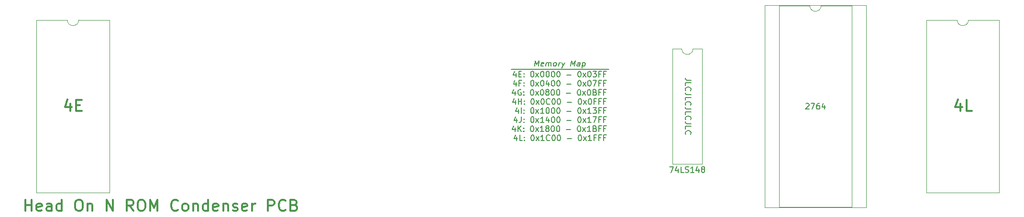
<source format=gbr>
%TF.GenerationSoftware,KiCad,Pcbnew,(6.0.9)*%
%TF.CreationDate,2023-05-17T22:42:26-04:00*%
%TF.ProjectId,HeadOnN_Condensor_Board,48656164-4f6e-44e5-9f43-6f6e64656e73,rev?*%
%TF.SameCoordinates,Original*%
%TF.FileFunction,Legend,Top*%
%TF.FilePolarity,Positive*%
%FSLAX46Y46*%
G04 Gerber Fmt 4.6, Leading zero omitted, Abs format (unit mm)*
G04 Created by KiCad (PCBNEW (6.0.9)) date 2023-05-17 22:42:26*
%MOMM*%
%LPD*%
G01*
G04 APERTURE LIST*
%ADD10C,0.150000*%
%ADD11C,0.300000*%
%ADD12C,0.120000*%
G04 APERTURE END LIST*
D10*
X136997619Y-29330952D02*
X136283333Y-29330952D01*
X136140476Y-29283333D01*
X136045238Y-29188095D01*
X135997619Y-29045238D01*
X135997619Y-28950000D01*
X135997619Y-30283333D02*
X135997619Y-29807142D01*
X136997619Y-29807142D01*
X136092857Y-31188095D02*
X136045238Y-31140476D01*
X135997619Y-30997619D01*
X135997619Y-30902380D01*
X136045238Y-30759523D01*
X136140476Y-30664285D01*
X136235714Y-30616666D01*
X136426190Y-30569047D01*
X136569047Y-30569047D01*
X136759523Y-30616666D01*
X136854761Y-30664285D01*
X136950000Y-30759523D01*
X136997619Y-30902380D01*
X136997619Y-30997619D01*
X136950000Y-31140476D01*
X136902380Y-31188095D01*
X136997619Y-31902380D02*
X136283333Y-31902380D01*
X136140476Y-31854761D01*
X136045238Y-31759523D01*
X135997619Y-31616666D01*
X135997619Y-31521428D01*
X135997619Y-32854761D02*
X135997619Y-32378571D01*
X136997619Y-32378571D01*
X136092857Y-33759523D02*
X136045238Y-33711904D01*
X135997619Y-33569047D01*
X135997619Y-33473809D01*
X136045238Y-33330952D01*
X136140476Y-33235714D01*
X136235714Y-33188095D01*
X136426190Y-33140476D01*
X136569047Y-33140476D01*
X136759523Y-33188095D01*
X136854761Y-33235714D01*
X136950000Y-33330952D01*
X136997619Y-33473809D01*
X136997619Y-33569047D01*
X136950000Y-33711904D01*
X136902380Y-33759523D01*
X136997619Y-34473809D02*
X136283333Y-34473809D01*
X136140476Y-34426190D01*
X136045238Y-34330952D01*
X135997619Y-34188095D01*
X135997619Y-34092857D01*
X135997619Y-35426190D02*
X135997619Y-34950000D01*
X136997619Y-34950000D01*
X136092857Y-36330952D02*
X136045238Y-36283333D01*
X135997619Y-36140476D01*
X135997619Y-36045238D01*
X136045238Y-35902380D01*
X136140476Y-35807142D01*
X136235714Y-35759523D01*
X136426190Y-35711904D01*
X136569047Y-35711904D01*
X136759523Y-35759523D01*
X136854761Y-35807142D01*
X136950000Y-35902380D01*
X136997619Y-36045238D01*
X136997619Y-36140476D01*
X136950000Y-36283333D01*
X136902380Y-36330952D01*
X136997619Y-37045238D02*
X136283333Y-37045238D01*
X136140476Y-36997619D01*
X136045238Y-36902380D01*
X135997619Y-36759523D01*
X135997619Y-36664285D01*
X135997619Y-37997619D02*
X135997619Y-37521428D01*
X136997619Y-37521428D01*
X136092857Y-38902380D02*
X136045238Y-38854761D01*
X135997619Y-38711904D01*
X135997619Y-38616666D01*
X136045238Y-38473809D01*
X136140476Y-38378571D01*
X136235714Y-38330952D01*
X136426190Y-38283333D01*
X136569047Y-38283333D01*
X136759523Y-38330952D01*
X136854761Y-38378571D01*
X136950000Y-38473809D01*
X136997619Y-38616666D01*
X136997619Y-38711904D01*
X136950000Y-38854761D01*
X136902380Y-38902380D01*
D11*
X19149999Y-52504761D02*
X19149999Y-50504761D01*
X19149999Y-51457142D02*
X20292857Y-51457142D01*
X20292857Y-52504761D02*
X20292857Y-50504761D01*
X22007142Y-52409523D02*
X21816666Y-52504761D01*
X21435714Y-52504761D01*
X21245238Y-52409523D01*
X21149999Y-52219047D01*
X21149999Y-51457142D01*
X21245238Y-51266666D01*
X21435714Y-51171428D01*
X21816666Y-51171428D01*
X22007142Y-51266666D01*
X22102380Y-51457142D01*
X22102380Y-51647619D01*
X21149999Y-51838095D01*
X23816666Y-52504761D02*
X23816666Y-51457142D01*
X23721428Y-51266666D01*
X23530952Y-51171428D01*
X23149999Y-51171428D01*
X22959523Y-51266666D01*
X23816666Y-52409523D02*
X23626190Y-52504761D01*
X23149999Y-52504761D01*
X22959523Y-52409523D01*
X22864285Y-52219047D01*
X22864285Y-52028571D01*
X22959523Y-51838095D01*
X23149999Y-51742857D01*
X23626190Y-51742857D01*
X23816666Y-51647619D01*
X25626190Y-52504761D02*
X25626190Y-50504761D01*
X25626190Y-52409523D02*
X25435714Y-52504761D01*
X25054761Y-52504761D01*
X24864285Y-52409523D01*
X24769047Y-52314285D01*
X24673809Y-52123809D01*
X24673809Y-51552380D01*
X24769047Y-51361904D01*
X24864285Y-51266666D01*
X25054761Y-51171428D01*
X25435714Y-51171428D01*
X25626190Y-51266666D01*
X28483333Y-50504761D02*
X28864285Y-50504761D01*
X29054761Y-50600000D01*
X29245238Y-50790476D01*
X29340476Y-51171428D01*
X29340476Y-51838095D01*
X29245238Y-52219047D01*
X29054761Y-52409523D01*
X28864285Y-52504761D01*
X28483333Y-52504761D01*
X28292857Y-52409523D01*
X28102380Y-52219047D01*
X28007142Y-51838095D01*
X28007142Y-51171428D01*
X28102380Y-50790476D01*
X28292857Y-50600000D01*
X28483333Y-50504761D01*
X30197619Y-51171428D02*
X30197619Y-52504761D01*
X30197619Y-51361904D02*
X30292857Y-51266666D01*
X30483333Y-51171428D01*
X30769047Y-51171428D01*
X30959523Y-51266666D01*
X31054761Y-51457142D01*
X31054761Y-52504761D01*
X33530952Y-52504761D02*
X33530952Y-50504761D01*
X34673809Y-52504761D01*
X34673809Y-50504761D01*
X38292857Y-52504761D02*
X37626190Y-51552380D01*
X37150000Y-52504761D02*
X37150000Y-50504761D01*
X37911904Y-50504761D01*
X38102380Y-50600000D01*
X38197619Y-50695238D01*
X38292857Y-50885714D01*
X38292857Y-51171428D01*
X38197619Y-51361904D01*
X38102380Y-51457142D01*
X37911904Y-51552380D01*
X37150000Y-51552380D01*
X39530952Y-50504761D02*
X39911904Y-50504761D01*
X40102380Y-50600000D01*
X40292857Y-50790476D01*
X40388095Y-51171428D01*
X40388095Y-51838095D01*
X40292857Y-52219047D01*
X40102380Y-52409523D01*
X39911904Y-52504761D01*
X39530952Y-52504761D01*
X39340476Y-52409523D01*
X39150000Y-52219047D01*
X39054761Y-51838095D01*
X39054761Y-51171428D01*
X39150000Y-50790476D01*
X39340476Y-50600000D01*
X39530952Y-50504761D01*
X41245238Y-52504761D02*
X41245238Y-50504761D01*
X41911904Y-51933333D01*
X42578571Y-50504761D01*
X42578571Y-52504761D01*
X46197619Y-52314285D02*
X46102380Y-52409523D01*
X45816666Y-52504761D01*
X45626190Y-52504761D01*
X45340476Y-52409523D01*
X45149999Y-52219047D01*
X45054761Y-52028571D01*
X44959523Y-51647619D01*
X44959523Y-51361904D01*
X45054761Y-50980952D01*
X45149999Y-50790476D01*
X45340476Y-50600000D01*
X45626190Y-50504761D01*
X45816666Y-50504761D01*
X46102380Y-50600000D01*
X46197619Y-50695238D01*
X47340476Y-52504761D02*
X47149999Y-52409523D01*
X47054761Y-52314285D01*
X46959523Y-52123809D01*
X46959523Y-51552380D01*
X47054761Y-51361904D01*
X47149999Y-51266666D01*
X47340476Y-51171428D01*
X47626190Y-51171428D01*
X47816666Y-51266666D01*
X47911904Y-51361904D01*
X48007142Y-51552380D01*
X48007142Y-52123809D01*
X47911904Y-52314285D01*
X47816666Y-52409523D01*
X47626190Y-52504761D01*
X47340476Y-52504761D01*
X48864285Y-51171428D02*
X48864285Y-52504761D01*
X48864285Y-51361904D02*
X48959523Y-51266666D01*
X49149999Y-51171428D01*
X49435714Y-51171428D01*
X49626190Y-51266666D01*
X49721428Y-51457142D01*
X49721428Y-52504761D01*
X51530952Y-52504761D02*
X51530952Y-50504761D01*
X51530952Y-52409523D02*
X51340476Y-52504761D01*
X50959523Y-52504761D01*
X50769047Y-52409523D01*
X50673809Y-52314285D01*
X50578571Y-52123809D01*
X50578571Y-51552380D01*
X50673809Y-51361904D01*
X50769047Y-51266666D01*
X50959523Y-51171428D01*
X51340476Y-51171428D01*
X51530952Y-51266666D01*
X53245238Y-52409523D02*
X53054761Y-52504761D01*
X52673809Y-52504761D01*
X52483333Y-52409523D01*
X52388095Y-52219047D01*
X52388095Y-51457142D01*
X52483333Y-51266666D01*
X52673809Y-51171428D01*
X53054761Y-51171428D01*
X53245238Y-51266666D01*
X53340476Y-51457142D01*
X53340476Y-51647619D01*
X52388095Y-51838095D01*
X54197619Y-51171428D02*
X54197619Y-52504761D01*
X54197619Y-51361904D02*
X54292857Y-51266666D01*
X54483333Y-51171428D01*
X54769047Y-51171428D01*
X54959523Y-51266666D01*
X55054761Y-51457142D01*
X55054761Y-52504761D01*
X55911904Y-52409523D02*
X56102380Y-52504761D01*
X56483333Y-52504761D01*
X56673809Y-52409523D01*
X56769047Y-52219047D01*
X56769047Y-52123809D01*
X56673809Y-51933333D01*
X56483333Y-51838095D01*
X56197619Y-51838095D01*
X56007142Y-51742857D01*
X55911904Y-51552380D01*
X55911904Y-51457142D01*
X56007142Y-51266666D01*
X56197619Y-51171428D01*
X56483333Y-51171428D01*
X56673809Y-51266666D01*
X58388095Y-52409523D02*
X58197619Y-52504761D01*
X57816666Y-52504761D01*
X57626190Y-52409523D01*
X57530952Y-52219047D01*
X57530952Y-51457142D01*
X57626190Y-51266666D01*
X57816666Y-51171428D01*
X58197619Y-51171428D01*
X58388095Y-51266666D01*
X58483333Y-51457142D01*
X58483333Y-51647619D01*
X57530952Y-51838095D01*
X59340476Y-52504761D02*
X59340476Y-51171428D01*
X59340476Y-51552380D02*
X59435714Y-51361904D01*
X59530952Y-51266666D01*
X59721428Y-51171428D01*
X59911904Y-51171428D01*
X62102380Y-52504761D02*
X62102380Y-50504761D01*
X62864285Y-50504761D01*
X63054761Y-50600000D01*
X63149999Y-50695238D01*
X63245238Y-50885714D01*
X63245238Y-51171428D01*
X63149999Y-51361904D01*
X63054761Y-51457142D01*
X62864285Y-51552380D01*
X62102380Y-51552380D01*
X65245238Y-52314285D02*
X65149999Y-52409523D01*
X64864285Y-52504761D01*
X64673809Y-52504761D01*
X64388095Y-52409523D01*
X64197619Y-52219047D01*
X64102380Y-52028571D01*
X64007142Y-51647619D01*
X64007142Y-51361904D01*
X64102380Y-50980952D01*
X64197619Y-50790476D01*
X64388095Y-50600000D01*
X64673809Y-50504761D01*
X64864285Y-50504761D01*
X65149999Y-50600000D01*
X65245238Y-50695238D01*
X66769047Y-51457142D02*
X67054761Y-51552380D01*
X67149999Y-51647619D01*
X67245238Y-51838095D01*
X67245238Y-52123809D01*
X67149999Y-52314285D01*
X67054761Y-52409523D01*
X66864285Y-52504761D01*
X66102380Y-52504761D01*
X66102380Y-50504761D01*
X66769047Y-50504761D01*
X66959523Y-50600000D01*
X67054761Y-50695238D01*
X67149999Y-50885714D01*
X67149999Y-51076190D01*
X67054761Y-51266666D01*
X66959523Y-51361904D01*
X66769047Y-51457142D01*
X66102380Y-51457142D01*
D10*
X105150000Y-27450000D02*
X122450000Y-27450000D01*
X109326755Y-26852380D02*
X109451755Y-25852380D01*
X109695803Y-26566666D01*
X110118422Y-25852380D01*
X109993422Y-26852380D01*
X110856517Y-26804761D02*
X110755327Y-26852380D01*
X110564851Y-26852380D01*
X110475565Y-26804761D01*
X110439851Y-26709523D01*
X110487470Y-26328571D01*
X110546994Y-26233333D01*
X110648184Y-26185714D01*
X110838660Y-26185714D01*
X110927946Y-26233333D01*
X110963660Y-26328571D01*
X110951755Y-26423809D01*
X110463660Y-26519047D01*
X111326755Y-26852380D02*
X111410089Y-26185714D01*
X111398184Y-26280952D02*
X111451755Y-26233333D01*
X111552946Y-26185714D01*
X111695803Y-26185714D01*
X111785089Y-26233333D01*
X111820803Y-26328571D01*
X111755327Y-26852380D01*
X111820803Y-26328571D02*
X111880327Y-26233333D01*
X111981517Y-26185714D01*
X112124375Y-26185714D01*
X112213660Y-26233333D01*
X112249375Y-26328571D01*
X112183898Y-26852380D01*
X112802946Y-26852380D02*
X112713660Y-26804761D01*
X112671994Y-26757142D01*
X112636279Y-26661904D01*
X112671994Y-26376190D01*
X112731517Y-26280952D01*
X112785089Y-26233333D01*
X112886279Y-26185714D01*
X113029136Y-26185714D01*
X113118422Y-26233333D01*
X113160089Y-26280952D01*
X113195803Y-26376190D01*
X113160089Y-26661904D01*
X113100565Y-26757142D01*
X113046994Y-26804761D01*
X112945803Y-26852380D01*
X112802946Y-26852380D01*
X113564851Y-26852380D02*
X113648184Y-26185714D01*
X113624375Y-26376190D02*
X113683898Y-26280952D01*
X113737470Y-26233333D01*
X113838660Y-26185714D01*
X113933898Y-26185714D01*
X114171994Y-26185714D02*
X114326755Y-26852380D01*
X114648184Y-26185714D02*
X114326755Y-26852380D01*
X114201755Y-27090476D01*
X114148184Y-27138095D01*
X114046994Y-27185714D01*
X115707708Y-26852380D02*
X115832708Y-25852380D01*
X116076755Y-26566666D01*
X116499375Y-25852380D01*
X116374375Y-26852380D01*
X117279136Y-26852380D02*
X117344613Y-26328571D01*
X117308898Y-26233333D01*
X117219613Y-26185714D01*
X117029136Y-26185714D01*
X116927946Y-26233333D01*
X117285089Y-26804761D02*
X117183898Y-26852380D01*
X116945803Y-26852380D01*
X116856517Y-26804761D01*
X116820803Y-26709523D01*
X116832708Y-26614285D01*
X116892232Y-26519047D01*
X116993422Y-26471428D01*
X117231517Y-26471428D01*
X117332708Y-26423809D01*
X117838660Y-26185714D02*
X117713660Y-27185714D01*
X117832708Y-26233333D02*
X117933898Y-26185714D01*
X118124375Y-26185714D01*
X118213660Y-26233333D01*
X118255327Y-26280952D01*
X118291041Y-26376190D01*
X118255327Y-26661904D01*
X118195803Y-26757142D01*
X118142232Y-26804761D01*
X118041041Y-26852380D01*
X117850565Y-26852380D01*
X117761279Y-26804761D01*
X106009642Y-28100714D02*
X106009642Y-28767380D01*
X105771547Y-27719761D02*
X105533452Y-28434047D01*
X106152500Y-28434047D01*
X106533452Y-28243571D02*
X106866785Y-28243571D01*
X107009642Y-28767380D02*
X106533452Y-28767380D01*
X106533452Y-27767380D01*
X107009642Y-27767380D01*
X107438214Y-28672142D02*
X107485833Y-28719761D01*
X107438214Y-28767380D01*
X107390595Y-28719761D01*
X107438214Y-28672142D01*
X107438214Y-28767380D01*
X107438214Y-28148333D02*
X107485833Y-28195952D01*
X107438214Y-28243571D01*
X107390595Y-28195952D01*
X107438214Y-28148333D01*
X107438214Y-28243571D01*
X108866785Y-27767380D02*
X108962023Y-27767380D01*
X109057261Y-27815000D01*
X109104880Y-27862619D01*
X109152500Y-27957857D01*
X109200119Y-28148333D01*
X109200119Y-28386428D01*
X109152500Y-28576904D01*
X109104880Y-28672142D01*
X109057261Y-28719761D01*
X108962023Y-28767380D01*
X108866785Y-28767380D01*
X108771547Y-28719761D01*
X108723928Y-28672142D01*
X108676309Y-28576904D01*
X108628690Y-28386428D01*
X108628690Y-28148333D01*
X108676309Y-27957857D01*
X108723928Y-27862619D01*
X108771547Y-27815000D01*
X108866785Y-27767380D01*
X109533452Y-28767380D02*
X110057261Y-28100714D01*
X109533452Y-28100714D02*
X110057261Y-28767380D01*
X110628690Y-27767380D02*
X110723928Y-27767380D01*
X110819166Y-27815000D01*
X110866785Y-27862619D01*
X110914404Y-27957857D01*
X110962023Y-28148333D01*
X110962023Y-28386428D01*
X110914404Y-28576904D01*
X110866785Y-28672142D01*
X110819166Y-28719761D01*
X110723928Y-28767380D01*
X110628690Y-28767380D01*
X110533452Y-28719761D01*
X110485833Y-28672142D01*
X110438214Y-28576904D01*
X110390595Y-28386428D01*
X110390595Y-28148333D01*
X110438214Y-27957857D01*
X110485833Y-27862619D01*
X110533452Y-27815000D01*
X110628690Y-27767380D01*
X111581071Y-27767380D02*
X111676309Y-27767380D01*
X111771547Y-27815000D01*
X111819166Y-27862619D01*
X111866785Y-27957857D01*
X111914404Y-28148333D01*
X111914404Y-28386428D01*
X111866785Y-28576904D01*
X111819166Y-28672142D01*
X111771547Y-28719761D01*
X111676309Y-28767380D01*
X111581071Y-28767380D01*
X111485833Y-28719761D01*
X111438214Y-28672142D01*
X111390595Y-28576904D01*
X111342976Y-28386428D01*
X111342976Y-28148333D01*
X111390595Y-27957857D01*
X111438214Y-27862619D01*
X111485833Y-27815000D01*
X111581071Y-27767380D01*
X112533452Y-27767380D02*
X112628690Y-27767380D01*
X112723928Y-27815000D01*
X112771547Y-27862619D01*
X112819166Y-27957857D01*
X112866785Y-28148333D01*
X112866785Y-28386428D01*
X112819166Y-28576904D01*
X112771547Y-28672142D01*
X112723928Y-28719761D01*
X112628690Y-28767380D01*
X112533452Y-28767380D01*
X112438214Y-28719761D01*
X112390595Y-28672142D01*
X112342976Y-28576904D01*
X112295357Y-28386428D01*
X112295357Y-28148333D01*
X112342976Y-27957857D01*
X112390595Y-27862619D01*
X112438214Y-27815000D01*
X112533452Y-27767380D01*
X113485833Y-27767380D02*
X113581071Y-27767380D01*
X113676309Y-27815000D01*
X113723928Y-27862619D01*
X113771547Y-27957857D01*
X113819166Y-28148333D01*
X113819166Y-28386428D01*
X113771547Y-28576904D01*
X113723928Y-28672142D01*
X113676309Y-28719761D01*
X113581071Y-28767380D01*
X113485833Y-28767380D01*
X113390595Y-28719761D01*
X113342976Y-28672142D01*
X113295357Y-28576904D01*
X113247738Y-28386428D01*
X113247738Y-28148333D01*
X113295357Y-27957857D01*
X113342976Y-27862619D01*
X113390595Y-27815000D01*
X113485833Y-27767380D01*
X115009642Y-28386428D02*
X115771547Y-28386428D01*
X117200119Y-27767380D02*
X117295357Y-27767380D01*
X117390595Y-27815000D01*
X117438214Y-27862619D01*
X117485833Y-27957857D01*
X117533452Y-28148333D01*
X117533452Y-28386428D01*
X117485833Y-28576904D01*
X117438214Y-28672142D01*
X117390595Y-28719761D01*
X117295357Y-28767380D01*
X117200119Y-28767380D01*
X117104880Y-28719761D01*
X117057261Y-28672142D01*
X117009642Y-28576904D01*
X116962023Y-28386428D01*
X116962023Y-28148333D01*
X117009642Y-27957857D01*
X117057261Y-27862619D01*
X117104880Y-27815000D01*
X117200119Y-27767380D01*
X117866785Y-28767380D02*
X118390595Y-28100714D01*
X117866785Y-28100714D02*
X118390595Y-28767380D01*
X118962023Y-27767380D02*
X119057261Y-27767380D01*
X119152500Y-27815000D01*
X119200119Y-27862619D01*
X119247738Y-27957857D01*
X119295357Y-28148333D01*
X119295357Y-28386428D01*
X119247738Y-28576904D01*
X119200119Y-28672142D01*
X119152500Y-28719761D01*
X119057261Y-28767380D01*
X118962023Y-28767380D01*
X118866785Y-28719761D01*
X118819166Y-28672142D01*
X118771547Y-28576904D01*
X118723928Y-28386428D01*
X118723928Y-28148333D01*
X118771547Y-27957857D01*
X118819166Y-27862619D01*
X118866785Y-27815000D01*
X118962023Y-27767380D01*
X119628690Y-27767380D02*
X120247738Y-27767380D01*
X119914404Y-28148333D01*
X120057261Y-28148333D01*
X120152500Y-28195952D01*
X120200119Y-28243571D01*
X120247738Y-28338809D01*
X120247738Y-28576904D01*
X120200119Y-28672142D01*
X120152500Y-28719761D01*
X120057261Y-28767380D01*
X119771547Y-28767380D01*
X119676309Y-28719761D01*
X119628690Y-28672142D01*
X121009642Y-28243571D02*
X120676309Y-28243571D01*
X120676309Y-28767380D02*
X120676309Y-27767380D01*
X121152500Y-27767380D01*
X121866785Y-28243571D02*
X121533452Y-28243571D01*
X121533452Y-28767380D02*
X121533452Y-27767380D01*
X122009642Y-27767380D01*
X106057261Y-29710714D02*
X106057261Y-30377380D01*
X105819166Y-29329761D02*
X105581071Y-30044047D01*
X106200119Y-30044047D01*
X106914404Y-29853571D02*
X106581071Y-29853571D01*
X106581071Y-30377380D02*
X106581071Y-29377380D01*
X107057261Y-29377380D01*
X107438214Y-30282142D02*
X107485833Y-30329761D01*
X107438214Y-30377380D01*
X107390595Y-30329761D01*
X107438214Y-30282142D01*
X107438214Y-30377380D01*
X107438214Y-29758333D02*
X107485833Y-29805952D01*
X107438214Y-29853571D01*
X107390595Y-29805952D01*
X107438214Y-29758333D01*
X107438214Y-29853571D01*
X108866785Y-29377380D02*
X108962023Y-29377380D01*
X109057261Y-29425000D01*
X109104880Y-29472619D01*
X109152500Y-29567857D01*
X109200119Y-29758333D01*
X109200119Y-29996428D01*
X109152500Y-30186904D01*
X109104880Y-30282142D01*
X109057261Y-30329761D01*
X108962023Y-30377380D01*
X108866785Y-30377380D01*
X108771547Y-30329761D01*
X108723928Y-30282142D01*
X108676309Y-30186904D01*
X108628690Y-29996428D01*
X108628690Y-29758333D01*
X108676309Y-29567857D01*
X108723928Y-29472619D01*
X108771547Y-29425000D01*
X108866785Y-29377380D01*
X109533452Y-30377380D02*
X110057261Y-29710714D01*
X109533452Y-29710714D02*
X110057261Y-30377380D01*
X110628690Y-29377380D02*
X110723928Y-29377380D01*
X110819166Y-29425000D01*
X110866785Y-29472619D01*
X110914404Y-29567857D01*
X110962023Y-29758333D01*
X110962023Y-29996428D01*
X110914404Y-30186904D01*
X110866785Y-30282142D01*
X110819166Y-30329761D01*
X110723928Y-30377380D01*
X110628690Y-30377380D01*
X110533452Y-30329761D01*
X110485833Y-30282142D01*
X110438214Y-30186904D01*
X110390595Y-29996428D01*
X110390595Y-29758333D01*
X110438214Y-29567857D01*
X110485833Y-29472619D01*
X110533452Y-29425000D01*
X110628690Y-29377380D01*
X111819166Y-29710714D02*
X111819166Y-30377380D01*
X111581071Y-29329761D02*
X111342976Y-30044047D01*
X111962023Y-30044047D01*
X112533452Y-29377380D02*
X112628690Y-29377380D01*
X112723928Y-29425000D01*
X112771547Y-29472619D01*
X112819166Y-29567857D01*
X112866785Y-29758333D01*
X112866785Y-29996428D01*
X112819166Y-30186904D01*
X112771547Y-30282142D01*
X112723928Y-30329761D01*
X112628690Y-30377380D01*
X112533452Y-30377380D01*
X112438214Y-30329761D01*
X112390595Y-30282142D01*
X112342976Y-30186904D01*
X112295357Y-29996428D01*
X112295357Y-29758333D01*
X112342976Y-29567857D01*
X112390595Y-29472619D01*
X112438214Y-29425000D01*
X112533452Y-29377380D01*
X113485833Y-29377380D02*
X113581071Y-29377380D01*
X113676309Y-29425000D01*
X113723928Y-29472619D01*
X113771547Y-29567857D01*
X113819166Y-29758333D01*
X113819166Y-29996428D01*
X113771547Y-30186904D01*
X113723928Y-30282142D01*
X113676309Y-30329761D01*
X113581071Y-30377380D01*
X113485833Y-30377380D01*
X113390595Y-30329761D01*
X113342976Y-30282142D01*
X113295357Y-30186904D01*
X113247738Y-29996428D01*
X113247738Y-29758333D01*
X113295357Y-29567857D01*
X113342976Y-29472619D01*
X113390595Y-29425000D01*
X113485833Y-29377380D01*
X115009642Y-29996428D02*
X115771547Y-29996428D01*
X117200119Y-29377380D02*
X117295357Y-29377380D01*
X117390595Y-29425000D01*
X117438214Y-29472619D01*
X117485833Y-29567857D01*
X117533452Y-29758333D01*
X117533452Y-29996428D01*
X117485833Y-30186904D01*
X117438214Y-30282142D01*
X117390595Y-30329761D01*
X117295357Y-30377380D01*
X117200119Y-30377380D01*
X117104880Y-30329761D01*
X117057261Y-30282142D01*
X117009642Y-30186904D01*
X116962023Y-29996428D01*
X116962023Y-29758333D01*
X117009642Y-29567857D01*
X117057261Y-29472619D01*
X117104880Y-29425000D01*
X117200119Y-29377380D01*
X117866785Y-30377380D02*
X118390595Y-29710714D01*
X117866785Y-29710714D02*
X118390595Y-30377380D01*
X118962023Y-29377380D02*
X119057261Y-29377380D01*
X119152500Y-29425000D01*
X119200119Y-29472619D01*
X119247738Y-29567857D01*
X119295357Y-29758333D01*
X119295357Y-29996428D01*
X119247738Y-30186904D01*
X119200119Y-30282142D01*
X119152500Y-30329761D01*
X119057261Y-30377380D01*
X118962023Y-30377380D01*
X118866785Y-30329761D01*
X118819166Y-30282142D01*
X118771547Y-30186904D01*
X118723928Y-29996428D01*
X118723928Y-29758333D01*
X118771547Y-29567857D01*
X118819166Y-29472619D01*
X118866785Y-29425000D01*
X118962023Y-29377380D01*
X119628690Y-29377380D02*
X120295357Y-29377380D01*
X119866785Y-30377380D01*
X121009642Y-29853571D02*
X120676309Y-29853571D01*
X120676309Y-30377380D02*
X120676309Y-29377380D01*
X121152500Y-29377380D01*
X121866785Y-29853571D02*
X121533452Y-29853571D01*
X121533452Y-30377380D02*
X121533452Y-29377380D01*
X122009642Y-29377380D01*
X105866785Y-31320714D02*
X105866785Y-31987380D01*
X105628690Y-30939761D02*
X105390595Y-31654047D01*
X106009642Y-31654047D01*
X106914404Y-31035000D02*
X106819166Y-30987380D01*
X106676309Y-30987380D01*
X106533452Y-31035000D01*
X106438214Y-31130238D01*
X106390595Y-31225476D01*
X106342976Y-31415952D01*
X106342976Y-31558809D01*
X106390595Y-31749285D01*
X106438214Y-31844523D01*
X106533452Y-31939761D01*
X106676309Y-31987380D01*
X106771547Y-31987380D01*
X106914404Y-31939761D01*
X106962023Y-31892142D01*
X106962023Y-31558809D01*
X106771547Y-31558809D01*
X107390595Y-31892142D02*
X107438214Y-31939761D01*
X107390595Y-31987380D01*
X107342976Y-31939761D01*
X107390595Y-31892142D01*
X107390595Y-31987380D01*
X107390595Y-31368333D02*
X107438214Y-31415952D01*
X107390595Y-31463571D01*
X107342976Y-31415952D01*
X107390595Y-31368333D01*
X107390595Y-31463571D01*
X108819166Y-30987380D02*
X108914404Y-30987380D01*
X109009642Y-31035000D01*
X109057261Y-31082619D01*
X109104880Y-31177857D01*
X109152500Y-31368333D01*
X109152500Y-31606428D01*
X109104880Y-31796904D01*
X109057261Y-31892142D01*
X109009642Y-31939761D01*
X108914404Y-31987380D01*
X108819166Y-31987380D01*
X108723928Y-31939761D01*
X108676309Y-31892142D01*
X108628690Y-31796904D01*
X108581071Y-31606428D01*
X108581071Y-31368333D01*
X108628690Y-31177857D01*
X108676309Y-31082619D01*
X108723928Y-31035000D01*
X108819166Y-30987380D01*
X109485833Y-31987380D02*
X110009642Y-31320714D01*
X109485833Y-31320714D02*
X110009642Y-31987380D01*
X110581071Y-30987380D02*
X110676309Y-30987380D01*
X110771547Y-31035000D01*
X110819166Y-31082619D01*
X110866785Y-31177857D01*
X110914404Y-31368333D01*
X110914404Y-31606428D01*
X110866785Y-31796904D01*
X110819166Y-31892142D01*
X110771547Y-31939761D01*
X110676309Y-31987380D01*
X110581071Y-31987380D01*
X110485833Y-31939761D01*
X110438214Y-31892142D01*
X110390595Y-31796904D01*
X110342976Y-31606428D01*
X110342976Y-31368333D01*
X110390595Y-31177857D01*
X110438214Y-31082619D01*
X110485833Y-31035000D01*
X110581071Y-30987380D01*
X111485833Y-31415952D02*
X111390595Y-31368333D01*
X111342976Y-31320714D01*
X111295357Y-31225476D01*
X111295357Y-31177857D01*
X111342976Y-31082619D01*
X111390595Y-31035000D01*
X111485833Y-30987380D01*
X111676309Y-30987380D01*
X111771547Y-31035000D01*
X111819166Y-31082619D01*
X111866785Y-31177857D01*
X111866785Y-31225476D01*
X111819166Y-31320714D01*
X111771547Y-31368333D01*
X111676309Y-31415952D01*
X111485833Y-31415952D01*
X111390595Y-31463571D01*
X111342976Y-31511190D01*
X111295357Y-31606428D01*
X111295357Y-31796904D01*
X111342976Y-31892142D01*
X111390595Y-31939761D01*
X111485833Y-31987380D01*
X111676309Y-31987380D01*
X111771547Y-31939761D01*
X111819166Y-31892142D01*
X111866785Y-31796904D01*
X111866785Y-31606428D01*
X111819166Y-31511190D01*
X111771547Y-31463571D01*
X111676309Y-31415952D01*
X112485833Y-30987380D02*
X112581071Y-30987380D01*
X112676309Y-31035000D01*
X112723928Y-31082619D01*
X112771547Y-31177857D01*
X112819166Y-31368333D01*
X112819166Y-31606428D01*
X112771547Y-31796904D01*
X112723928Y-31892142D01*
X112676309Y-31939761D01*
X112581071Y-31987380D01*
X112485833Y-31987380D01*
X112390595Y-31939761D01*
X112342976Y-31892142D01*
X112295357Y-31796904D01*
X112247738Y-31606428D01*
X112247738Y-31368333D01*
X112295357Y-31177857D01*
X112342976Y-31082619D01*
X112390595Y-31035000D01*
X112485833Y-30987380D01*
X113438214Y-30987380D02*
X113533452Y-30987380D01*
X113628690Y-31035000D01*
X113676309Y-31082619D01*
X113723928Y-31177857D01*
X113771547Y-31368333D01*
X113771547Y-31606428D01*
X113723928Y-31796904D01*
X113676309Y-31892142D01*
X113628690Y-31939761D01*
X113533452Y-31987380D01*
X113438214Y-31987380D01*
X113342976Y-31939761D01*
X113295357Y-31892142D01*
X113247738Y-31796904D01*
X113200119Y-31606428D01*
X113200119Y-31368333D01*
X113247738Y-31177857D01*
X113295357Y-31082619D01*
X113342976Y-31035000D01*
X113438214Y-30987380D01*
X114962023Y-31606428D02*
X115723928Y-31606428D01*
X117152500Y-30987380D02*
X117247738Y-30987380D01*
X117342976Y-31035000D01*
X117390595Y-31082619D01*
X117438214Y-31177857D01*
X117485833Y-31368333D01*
X117485833Y-31606428D01*
X117438214Y-31796904D01*
X117390595Y-31892142D01*
X117342976Y-31939761D01*
X117247738Y-31987380D01*
X117152500Y-31987380D01*
X117057261Y-31939761D01*
X117009642Y-31892142D01*
X116962023Y-31796904D01*
X116914404Y-31606428D01*
X116914404Y-31368333D01*
X116962023Y-31177857D01*
X117009642Y-31082619D01*
X117057261Y-31035000D01*
X117152500Y-30987380D01*
X117819166Y-31987380D02*
X118342976Y-31320714D01*
X117819166Y-31320714D02*
X118342976Y-31987380D01*
X118914404Y-30987380D02*
X119009642Y-30987380D01*
X119104880Y-31035000D01*
X119152500Y-31082619D01*
X119200119Y-31177857D01*
X119247738Y-31368333D01*
X119247738Y-31606428D01*
X119200119Y-31796904D01*
X119152500Y-31892142D01*
X119104880Y-31939761D01*
X119009642Y-31987380D01*
X118914404Y-31987380D01*
X118819166Y-31939761D01*
X118771547Y-31892142D01*
X118723928Y-31796904D01*
X118676309Y-31606428D01*
X118676309Y-31368333D01*
X118723928Y-31177857D01*
X118771547Y-31082619D01*
X118819166Y-31035000D01*
X118914404Y-30987380D01*
X120009642Y-31463571D02*
X120152500Y-31511190D01*
X120200119Y-31558809D01*
X120247738Y-31654047D01*
X120247738Y-31796904D01*
X120200119Y-31892142D01*
X120152500Y-31939761D01*
X120057261Y-31987380D01*
X119676309Y-31987380D01*
X119676309Y-30987380D01*
X120009642Y-30987380D01*
X120104880Y-31035000D01*
X120152500Y-31082619D01*
X120200119Y-31177857D01*
X120200119Y-31273095D01*
X120152500Y-31368333D01*
X120104880Y-31415952D01*
X120009642Y-31463571D01*
X119676309Y-31463571D01*
X121009642Y-31463571D02*
X120676309Y-31463571D01*
X120676309Y-31987380D02*
X120676309Y-30987380D01*
X121152500Y-30987380D01*
X121866785Y-31463571D02*
X121533452Y-31463571D01*
X121533452Y-31987380D02*
X121533452Y-30987380D01*
X122009642Y-30987380D01*
X105914404Y-32930714D02*
X105914404Y-33597380D01*
X105676309Y-32549761D02*
X105438214Y-33264047D01*
X106057261Y-33264047D01*
X106438214Y-33597380D02*
X106438214Y-32597380D01*
X106438214Y-33073571D02*
X107009642Y-33073571D01*
X107009642Y-33597380D02*
X107009642Y-32597380D01*
X107485833Y-33502142D02*
X107533452Y-33549761D01*
X107485833Y-33597380D01*
X107438214Y-33549761D01*
X107485833Y-33502142D01*
X107485833Y-33597380D01*
X107485833Y-32978333D02*
X107533452Y-33025952D01*
X107485833Y-33073571D01*
X107438214Y-33025952D01*
X107485833Y-32978333D01*
X107485833Y-33073571D01*
X108914404Y-32597380D02*
X109009642Y-32597380D01*
X109104880Y-32645000D01*
X109152500Y-32692619D01*
X109200119Y-32787857D01*
X109247738Y-32978333D01*
X109247738Y-33216428D01*
X109200119Y-33406904D01*
X109152500Y-33502142D01*
X109104880Y-33549761D01*
X109009642Y-33597380D01*
X108914404Y-33597380D01*
X108819166Y-33549761D01*
X108771547Y-33502142D01*
X108723928Y-33406904D01*
X108676309Y-33216428D01*
X108676309Y-32978333D01*
X108723928Y-32787857D01*
X108771547Y-32692619D01*
X108819166Y-32645000D01*
X108914404Y-32597380D01*
X109581071Y-33597380D02*
X110104880Y-32930714D01*
X109581071Y-32930714D02*
X110104880Y-33597380D01*
X110676309Y-32597380D02*
X110771547Y-32597380D01*
X110866785Y-32645000D01*
X110914404Y-32692619D01*
X110962023Y-32787857D01*
X111009642Y-32978333D01*
X111009642Y-33216428D01*
X110962023Y-33406904D01*
X110914404Y-33502142D01*
X110866785Y-33549761D01*
X110771547Y-33597380D01*
X110676309Y-33597380D01*
X110581071Y-33549761D01*
X110533452Y-33502142D01*
X110485833Y-33406904D01*
X110438214Y-33216428D01*
X110438214Y-32978333D01*
X110485833Y-32787857D01*
X110533452Y-32692619D01*
X110581071Y-32645000D01*
X110676309Y-32597380D01*
X112009642Y-33502142D02*
X111962023Y-33549761D01*
X111819166Y-33597380D01*
X111723928Y-33597380D01*
X111581071Y-33549761D01*
X111485833Y-33454523D01*
X111438214Y-33359285D01*
X111390595Y-33168809D01*
X111390595Y-33025952D01*
X111438214Y-32835476D01*
X111485833Y-32740238D01*
X111581071Y-32645000D01*
X111723928Y-32597380D01*
X111819166Y-32597380D01*
X111962023Y-32645000D01*
X112009642Y-32692619D01*
X112628690Y-32597380D02*
X112723928Y-32597380D01*
X112819166Y-32645000D01*
X112866785Y-32692619D01*
X112914404Y-32787857D01*
X112962023Y-32978333D01*
X112962023Y-33216428D01*
X112914404Y-33406904D01*
X112866785Y-33502142D01*
X112819166Y-33549761D01*
X112723928Y-33597380D01*
X112628690Y-33597380D01*
X112533452Y-33549761D01*
X112485833Y-33502142D01*
X112438214Y-33406904D01*
X112390595Y-33216428D01*
X112390595Y-32978333D01*
X112438214Y-32787857D01*
X112485833Y-32692619D01*
X112533452Y-32645000D01*
X112628690Y-32597380D01*
X113581071Y-32597380D02*
X113676309Y-32597380D01*
X113771547Y-32645000D01*
X113819166Y-32692619D01*
X113866785Y-32787857D01*
X113914404Y-32978333D01*
X113914404Y-33216428D01*
X113866785Y-33406904D01*
X113819166Y-33502142D01*
X113771547Y-33549761D01*
X113676309Y-33597380D01*
X113581071Y-33597380D01*
X113485833Y-33549761D01*
X113438214Y-33502142D01*
X113390595Y-33406904D01*
X113342976Y-33216428D01*
X113342976Y-32978333D01*
X113390595Y-32787857D01*
X113438214Y-32692619D01*
X113485833Y-32645000D01*
X113581071Y-32597380D01*
X115104880Y-33216428D02*
X115866785Y-33216428D01*
X117295357Y-32597380D02*
X117390595Y-32597380D01*
X117485833Y-32645000D01*
X117533452Y-32692619D01*
X117581071Y-32787857D01*
X117628690Y-32978333D01*
X117628690Y-33216428D01*
X117581071Y-33406904D01*
X117533452Y-33502142D01*
X117485833Y-33549761D01*
X117390595Y-33597380D01*
X117295357Y-33597380D01*
X117200119Y-33549761D01*
X117152500Y-33502142D01*
X117104880Y-33406904D01*
X117057261Y-33216428D01*
X117057261Y-32978333D01*
X117104880Y-32787857D01*
X117152500Y-32692619D01*
X117200119Y-32645000D01*
X117295357Y-32597380D01*
X117962023Y-33597380D02*
X118485833Y-32930714D01*
X117962023Y-32930714D02*
X118485833Y-33597380D01*
X119057261Y-32597380D02*
X119152500Y-32597380D01*
X119247738Y-32645000D01*
X119295357Y-32692619D01*
X119342976Y-32787857D01*
X119390595Y-32978333D01*
X119390595Y-33216428D01*
X119342976Y-33406904D01*
X119295357Y-33502142D01*
X119247738Y-33549761D01*
X119152500Y-33597380D01*
X119057261Y-33597380D01*
X118962023Y-33549761D01*
X118914404Y-33502142D01*
X118866785Y-33406904D01*
X118819166Y-33216428D01*
X118819166Y-32978333D01*
X118866785Y-32787857D01*
X118914404Y-32692619D01*
X118962023Y-32645000D01*
X119057261Y-32597380D01*
X120152499Y-33073571D02*
X119819166Y-33073571D01*
X119819166Y-33597380D02*
X119819166Y-32597380D01*
X120295357Y-32597380D01*
X121009642Y-33073571D02*
X120676309Y-33073571D01*
X120676309Y-33597380D02*
X120676309Y-32597380D01*
X121152499Y-32597380D01*
X121866785Y-33073571D02*
X121533452Y-33073571D01*
X121533452Y-33597380D02*
X121533452Y-32597380D01*
X122009642Y-32597380D01*
X106438214Y-34540714D02*
X106438214Y-35207380D01*
X106200119Y-34159761D02*
X105962023Y-34874047D01*
X106581071Y-34874047D01*
X106962023Y-35207380D02*
X106962023Y-34207380D01*
X107438214Y-35112142D02*
X107485833Y-35159761D01*
X107438214Y-35207380D01*
X107390595Y-35159761D01*
X107438214Y-35112142D01*
X107438214Y-35207380D01*
X107438214Y-34588333D02*
X107485833Y-34635952D01*
X107438214Y-34683571D01*
X107390595Y-34635952D01*
X107438214Y-34588333D01*
X107438214Y-34683571D01*
X108866785Y-34207380D02*
X108962023Y-34207380D01*
X109057261Y-34255000D01*
X109104880Y-34302619D01*
X109152500Y-34397857D01*
X109200119Y-34588333D01*
X109200119Y-34826428D01*
X109152500Y-35016904D01*
X109104880Y-35112142D01*
X109057261Y-35159761D01*
X108962023Y-35207380D01*
X108866785Y-35207380D01*
X108771547Y-35159761D01*
X108723928Y-35112142D01*
X108676309Y-35016904D01*
X108628690Y-34826428D01*
X108628690Y-34588333D01*
X108676309Y-34397857D01*
X108723928Y-34302619D01*
X108771547Y-34255000D01*
X108866785Y-34207380D01*
X109533452Y-35207380D02*
X110057261Y-34540714D01*
X109533452Y-34540714D02*
X110057261Y-35207380D01*
X110962023Y-35207380D02*
X110390595Y-35207380D01*
X110676309Y-35207380D02*
X110676309Y-34207380D01*
X110581071Y-34350238D01*
X110485833Y-34445476D01*
X110390595Y-34493095D01*
X111581071Y-34207380D02*
X111676309Y-34207380D01*
X111771547Y-34255000D01*
X111819166Y-34302619D01*
X111866785Y-34397857D01*
X111914404Y-34588333D01*
X111914404Y-34826428D01*
X111866785Y-35016904D01*
X111819166Y-35112142D01*
X111771547Y-35159761D01*
X111676309Y-35207380D01*
X111581071Y-35207380D01*
X111485833Y-35159761D01*
X111438214Y-35112142D01*
X111390595Y-35016904D01*
X111342976Y-34826428D01*
X111342976Y-34588333D01*
X111390595Y-34397857D01*
X111438214Y-34302619D01*
X111485833Y-34255000D01*
X111581071Y-34207380D01*
X112533452Y-34207380D02*
X112628690Y-34207380D01*
X112723928Y-34255000D01*
X112771547Y-34302619D01*
X112819166Y-34397857D01*
X112866785Y-34588333D01*
X112866785Y-34826428D01*
X112819166Y-35016904D01*
X112771547Y-35112142D01*
X112723928Y-35159761D01*
X112628690Y-35207380D01*
X112533452Y-35207380D01*
X112438214Y-35159761D01*
X112390595Y-35112142D01*
X112342976Y-35016904D01*
X112295357Y-34826428D01*
X112295357Y-34588333D01*
X112342976Y-34397857D01*
X112390595Y-34302619D01*
X112438214Y-34255000D01*
X112533452Y-34207380D01*
X113485833Y-34207380D02*
X113581071Y-34207380D01*
X113676309Y-34255000D01*
X113723928Y-34302619D01*
X113771547Y-34397857D01*
X113819166Y-34588333D01*
X113819166Y-34826428D01*
X113771547Y-35016904D01*
X113723928Y-35112142D01*
X113676309Y-35159761D01*
X113581071Y-35207380D01*
X113485833Y-35207380D01*
X113390595Y-35159761D01*
X113342976Y-35112142D01*
X113295357Y-35016904D01*
X113247738Y-34826428D01*
X113247738Y-34588333D01*
X113295357Y-34397857D01*
X113342976Y-34302619D01*
X113390595Y-34255000D01*
X113485833Y-34207380D01*
X115009642Y-34826428D02*
X115771547Y-34826428D01*
X117200119Y-34207380D02*
X117295357Y-34207380D01*
X117390595Y-34255000D01*
X117438214Y-34302619D01*
X117485833Y-34397857D01*
X117533452Y-34588333D01*
X117533452Y-34826428D01*
X117485833Y-35016904D01*
X117438214Y-35112142D01*
X117390595Y-35159761D01*
X117295357Y-35207380D01*
X117200119Y-35207380D01*
X117104880Y-35159761D01*
X117057261Y-35112142D01*
X117009642Y-35016904D01*
X116962023Y-34826428D01*
X116962023Y-34588333D01*
X117009642Y-34397857D01*
X117057261Y-34302619D01*
X117104880Y-34255000D01*
X117200119Y-34207380D01*
X117866785Y-35207380D02*
X118390595Y-34540714D01*
X117866785Y-34540714D02*
X118390595Y-35207380D01*
X119295357Y-35207380D02*
X118723928Y-35207380D01*
X119009642Y-35207380D02*
X119009642Y-34207380D01*
X118914404Y-34350238D01*
X118819166Y-34445476D01*
X118723928Y-34493095D01*
X119628690Y-34207380D02*
X120247738Y-34207380D01*
X119914404Y-34588333D01*
X120057261Y-34588333D01*
X120152499Y-34635952D01*
X120200119Y-34683571D01*
X120247738Y-34778809D01*
X120247738Y-35016904D01*
X120200119Y-35112142D01*
X120152499Y-35159761D01*
X120057261Y-35207380D01*
X119771547Y-35207380D01*
X119676309Y-35159761D01*
X119628690Y-35112142D01*
X121009642Y-34683571D02*
X120676309Y-34683571D01*
X120676309Y-35207380D02*
X120676309Y-34207380D01*
X121152499Y-34207380D01*
X121866785Y-34683571D02*
X121533452Y-34683571D01*
X121533452Y-35207380D02*
X121533452Y-34207380D01*
X122009642Y-34207380D01*
X106152500Y-36150714D02*
X106152500Y-36817380D01*
X105914404Y-35769761D02*
X105676309Y-36484047D01*
X106295357Y-36484047D01*
X106962023Y-35817380D02*
X106962023Y-36531666D01*
X106914404Y-36674523D01*
X106819166Y-36769761D01*
X106676309Y-36817380D01*
X106581071Y-36817380D01*
X107438214Y-36722142D02*
X107485833Y-36769761D01*
X107438214Y-36817380D01*
X107390595Y-36769761D01*
X107438214Y-36722142D01*
X107438214Y-36817380D01*
X107438214Y-36198333D02*
X107485833Y-36245952D01*
X107438214Y-36293571D01*
X107390595Y-36245952D01*
X107438214Y-36198333D01*
X107438214Y-36293571D01*
X108866785Y-35817380D02*
X108962023Y-35817380D01*
X109057261Y-35865000D01*
X109104880Y-35912619D01*
X109152500Y-36007857D01*
X109200119Y-36198333D01*
X109200119Y-36436428D01*
X109152500Y-36626904D01*
X109104880Y-36722142D01*
X109057261Y-36769761D01*
X108962023Y-36817380D01*
X108866785Y-36817380D01*
X108771547Y-36769761D01*
X108723928Y-36722142D01*
X108676309Y-36626904D01*
X108628690Y-36436428D01*
X108628690Y-36198333D01*
X108676309Y-36007857D01*
X108723928Y-35912619D01*
X108771547Y-35865000D01*
X108866785Y-35817380D01*
X109533452Y-36817380D02*
X110057261Y-36150714D01*
X109533452Y-36150714D02*
X110057261Y-36817380D01*
X110962023Y-36817380D02*
X110390595Y-36817380D01*
X110676309Y-36817380D02*
X110676309Y-35817380D01*
X110581071Y-35960238D01*
X110485833Y-36055476D01*
X110390595Y-36103095D01*
X111819166Y-36150714D02*
X111819166Y-36817380D01*
X111581071Y-35769761D02*
X111342976Y-36484047D01*
X111962023Y-36484047D01*
X112533452Y-35817380D02*
X112628690Y-35817380D01*
X112723928Y-35865000D01*
X112771547Y-35912619D01*
X112819166Y-36007857D01*
X112866785Y-36198333D01*
X112866785Y-36436428D01*
X112819166Y-36626904D01*
X112771547Y-36722142D01*
X112723928Y-36769761D01*
X112628690Y-36817380D01*
X112533452Y-36817380D01*
X112438214Y-36769761D01*
X112390595Y-36722142D01*
X112342976Y-36626904D01*
X112295357Y-36436428D01*
X112295357Y-36198333D01*
X112342976Y-36007857D01*
X112390595Y-35912619D01*
X112438214Y-35865000D01*
X112533452Y-35817380D01*
X113485833Y-35817380D02*
X113581071Y-35817380D01*
X113676309Y-35865000D01*
X113723928Y-35912619D01*
X113771547Y-36007857D01*
X113819166Y-36198333D01*
X113819166Y-36436428D01*
X113771547Y-36626904D01*
X113723928Y-36722142D01*
X113676309Y-36769761D01*
X113581071Y-36817380D01*
X113485833Y-36817380D01*
X113390595Y-36769761D01*
X113342976Y-36722142D01*
X113295357Y-36626904D01*
X113247738Y-36436428D01*
X113247738Y-36198333D01*
X113295357Y-36007857D01*
X113342976Y-35912619D01*
X113390595Y-35865000D01*
X113485833Y-35817380D01*
X115009642Y-36436428D02*
X115771547Y-36436428D01*
X117200119Y-35817380D02*
X117295357Y-35817380D01*
X117390595Y-35865000D01*
X117438214Y-35912619D01*
X117485833Y-36007857D01*
X117533452Y-36198333D01*
X117533452Y-36436428D01*
X117485833Y-36626904D01*
X117438214Y-36722142D01*
X117390595Y-36769761D01*
X117295357Y-36817380D01*
X117200119Y-36817380D01*
X117104880Y-36769761D01*
X117057261Y-36722142D01*
X117009642Y-36626904D01*
X116962023Y-36436428D01*
X116962023Y-36198333D01*
X117009642Y-36007857D01*
X117057261Y-35912619D01*
X117104880Y-35865000D01*
X117200119Y-35817380D01*
X117866785Y-36817380D02*
X118390595Y-36150714D01*
X117866785Y-36150714D02*
X118390595Y-36817380D01*
X119295357Y-36817380D02*
X118723928Y-36817380D01*
X119009642Y-36817380D02*
X119009642Y-35817380D01*
X118914404Y-35960238D01*
X118819166Y-36055476D01*
X118723928Y-36103095D01*
X119628690Y-35817380D02*
X120295357Y-35817380D01*
X119866785Y-36817380D01*
X121009642Y-36293571D02*
X120676309Y-36293571D01*
X120676309Y-36817380D02*
X120676309Y-35817380D01*
X121152500Y-35817380D01*
X121866785Y-36293571D02*
X121533452Y-36293571D01*
X121533452Y-36817380D02*
X121533452Y-35817380D01*
X122009642Y-35817380D01*
X105866785Y-37760714D02*
X105866785Y-38427380D01*
X105628690Y-37379761D02*
X105390595Y-38094047D01*
X106009642Y-38094047D01*
X106390595Y-38427380D02*
X106390595Y-37427380D01*
X106962023Y-38427380D02*
X106533452Y-37855952D01*
X106962023Y-37427380D02*
X106390595Y-37998809D01*
X107390595Y-38332142D02*
X107438214Y-38379761D01*
X107390595Y-38427380D01*
X107342976Y-38379761D01*
X107390595Y-38332142D01*
X107390595Y-38427380D01*
X107390595Y-37808333D02*
X107438214Y-37855952D01*
X107390595Y-37903571D01*
X107342976Y-37855952D01*
X107390595Y-37808333D01*
X107390595Y-37903571D01*
X108819166Y-37427380D02*
X108914404Y-37427380D01*
X109009642Y-37475000D01*
X109057261Y-37522619D01*
X109104880Y-37617857D01*
X109152500Y-37808333D01*
X109152500Y-38046428D01*
X109104880Y-38236904D01*
X109057261Y-38332142D01*
X109009642Y-38379761D01*
X108914404Y-38427380D01*
X108819166Y-38427380D01*
X108723928Y-38379761D01*
X108676309Y-38332142D01*
X108628690Y-38236904D01*
X108581071Y-38046428D01*
X108581071Y-37808333D01*
X108628690Y-37617857D01*
X108676309Y-37522619D01*
X108723928Y-37475000D01*
X108819166Y-37427380D01*
X109485833Y-38427380D02*
X110009642Y-37760714D01*
X109485833Y-37760714D02*
X110009642Y-38427380D01*
X110914404Y-38427380D02*
X110342976Y-38427380D01*
X110628690Y-38427380D02*
X110628690Y-37427380D01*
X110533452Y-37570238D01*
X110438214Y-37665476D01*
X110342976Y-37713095D01*
X111485833Y-37855952D02*
X111390595Y-37808333D01*
X111342976Y-37760714D01*
X111295357Y-37665476D01*
X111295357Y-37617857D01*
X111342976Y-37522619D01*
X111390595Y-37475000D01*
X111485833Y-37427380D01*
X111676309Y-37427380D01*
X111771547Y-37475000D01*
X111819166Y-37522619D01*
X111866785Y-37617857D01*
X111866785Y-37665476D01*
X111819166Y-37760714D01*
X111771547Y-37808333D01*
X111676309Y-37855952D01*
X111485833Y-37855952D01*
X111390595Y-37903571D01*
X111342976Y-37951190D01*
X111295357Y-38046428D01*
X111295357Y-38236904D01*
X111342976Y-38332142D01*
X111390595Y-38379761D01*
X111485833Y-38427380D01*
X111676309Y-38427380D01*
X111771547Y-38379761D01*
X111819166Y-38332142D01*
X111866785Y-38236904D01*
X111866785Y-38046428D01*
X111819166Y-37951190D01*
X111771547Y-37903571D01*
X111676309Y-37855952D01*
X112485833Y-37427380D02*
X112581071Y-37427380D01*
X112676309Y-37475000D01*
X112723928Y-37522619D01*
X112771547Y-37617857D01*
X112819166Y-37808333D01*
X112819166Y-38046428D01*
X112771547Y-38236904D01*
X112723928Y-38332142D01*
X112676309Y-38379761D01*
X112581071Y-38427380D01*
X112485833Y-38427380D01*
X112390595Y-38379761D01*
X112342976Y-38332142D01*
X112295357Y-38236904D01*
X112247738Y-38046428D01*
X112247738Y-37808333D01*
X112295357Y-37617857D01*
X112342976Y-37522619D01*
X112390595Y-37475000D01*
X112485833Y-37427380D01*
X113438214Y-37427380D02*
X113533452Y-37427380D01*
X113628690Y-37475000D01*
X113676309Y-37522619D01*
X113723928Y-37617857D01*
X113771547Y-37808333D01*
X113771547Y-38046428D01*
X113723928Y-38236904D01*
X113676309Y-38332142D01*
X113628690Y-38379761D01*
X113533452Y-38427380D01*
X113438214Y-38427380D01*
X113342976Y-38379761D01*
X113295357Y-38332142D01*
X113247738Y-38236904D01*
X113200119Y-38046428D01*
X113200119Y-37808333D01*
X113247738Y-37617857D01*
X113295357Y-37522619D01*
X113342976Y-37475000D01*
X113438214Y-37427380D01*
X114962023Y-38046428D02*
X115723928Y-38046428D01*
X117152500Y-37427380D02*
X117247738Y-37427380D01*
X117342976Y-37475000D01*
X117390595Y-37522619D01*
X117438214Y-37617857D01*
X117485833Y-37808333D01*
X117485833Y-38046428D01*
X117438214Y-38236904D01*
X117390595Y-38332142D01*
X117342976Y-38379761D01*
X117247738Y-38427380D01*
X117152500Y-38427380D01*
X117057261Y-38379761D01*
X117009642Y-38332142D01*
X116962023Y-38236904D01*
X116914404Y-38046428D01*
X116914404Y-37808333D01*
X116962023Y-37617857D01*
X117009642Y-37522619D01*
X117057261Y-37475000D01*
X117152500Y-37427380D01*
X117819166Y-38427380D02*
X118342976Y-37760714D01*
X117819166Y-37760714D02*
X118342976Y-38427380D01*
X119247738Y-38427380D02*
X118676309Y-38427380D01*
X118962023Y-38427380D02*
X118962023Y-37427380D01*
X118866785Y-37570238D01*
X118771547Y-37665476D01*
X118676309Y-37713095D01*
X120009642Y-37903571D02*
X120152500Y-37951190D01*
X120200119Y-37998809D01*
X120247738Y-38094047D01*
X120247738Y-38236904D01*
X120200119Y-38332142D01*
X120152500Y-38379761D01*
X120057261Y-38427380D01*
X119676309Y-38427380D01*
X119676309Y-37427380D01*
X120009642Y-37427380D01*
X120104880Y-37475000D01*
X120152500Y-37522619D01*
X120200119Y-37617857D01*
X120200119Y-37713095D01*
X120152500Y-37808333D01*
X120104880Y-37855952D01*
X120009642Y-37903571D01*
X119676309Y-37903571D01*
X121009642Y-37903571D02*
X120676309Y-37903571D01*
X120676309Y-38427380D02*
X120676309Y-37427380D01*
X121152500Y-37427380D01*
X121866785Y-37903571D02*
X121533452Y-37903571D01*
X121533452Y-38427380D02*
X121533452Y-37427380D01*
X122009642Y-37427380D01*
X106152500Y-39370714D02*
X106152500Y-40037380D01*
X105914404Y-38989761D02*
X105676309Y-39704047D01*
X106295357Y-39704047D01*
X107152500Y-40037380D02*
X106676309Y-40037380D01*
X106676309Y-39037380D01*
X107485833Y-39942142D02*
X107533452Y-39989761D01*
X107485833Y-40037380D01*
X107438214Y-39989761D01*
X107485833Y-39942142D01*
X107485833Y-40037380D01*
X107485833Y-39418333D02*
X107533452Y-39465952D01*
X107485833Y-39513571D01*
X107438214Y-39465952D01*
X107485833Y-39418333D01*
X107485833Y-39513571D01*
X108914404Y-39037380D02*
X109009642Y-39037380D01*
X109104880Y-39085000D01*
X109152500Y-39132619D01*
X109200119Y-39227857D01*
X109247738Y-39418333D01*
X109247738Y-39656428D01*
X109200119Y-39846904D01*
X109152500Y-39942142D01*
X109104880Y-39989761D01*
X109009642Y-40037380D01*
X108914404Y-40037380D01*
X108819166Y-39989761D01*
X108771547Y-39942142D01*
X108723928Y-39846904D01*
X108676309Y-39656428D01*
X108676309Y-39418333D01*
X108723928Y-39227857D01*
X108771547Y-39132619D01*
X108819166Y-39085000D01*
X108914404Y-39037380D01*
X109581071Y-40037380D02*
X110104880Y-39370714D01*
X109581071Y-39370714D02*
X110104880Y-40037380D01*
X111009642Y-40037380D02*
X110438214Y-40037380D01*
X110723928Y-40037380D02*
X110723928Y-39037380D01*
X110628690Y-39180238D01*
X110533452Y-39275476D01*
X110438214Y-39323095D01*
X112009642Y-39942142D02*
X111962023Y-39989761D01*
X111819166Y-40037380D01*
X111723928Y-40037380D01*
X111581071Y-39989761D01*
X111485833Y-39894523D01*
X111438214Y-39799285D01*
X111390595Y-39608809D01*
X111390595Y-39465952D01*
X111438214Y-39275476D01*
X111485833Y-39180238D01*
X111581071Y-39085000D01*
X111723928Y-39037380D01*
X111819166Y-39037380D01*
X111962023Y-39085000D01*
X112009642Y-39132619D01*
X112628690Y-39037380D02*
X112723928Y-39037380D01*
X112819166Y-39085000D01*
X112866785Y-39132619D01*
X112914404Y-39227857D01*
X112962023Y-39418333D01*
X112962023Y-39656428D01*
X112914404Y-39846904D01*
X112866785Y-39942142D01*
X112819166Y-39989761D01*
X112723928Y-40037380D01*
X112628690Y-40037380D01*
X112533452Y-39989761D01*
X112485833Y-39942142D01*
X112438214Y-39846904D01*
X112390595Y-39656428D01*
X112390595Y-39418333D01*
X112438214Y-39227857D01*
X112485833Y-39132619D01*
X112533452Y-39085000D01*
X112628690Y-39037380D01*
X113581071Y-39037380D02*
X113676309Y-39037380D01*
X113771547Y-39085000D01*
X113819166Y-39132619D01*
X113866785Y-39227857D01*
X113914404Y-39418333D01*
X113914404Y-39656428D01*
X113866785Y-39846904D01*
X113819166Y-39942142D01*
X113771547Y-39989761D01*
X113676309Y-40037380D01*
X113581071Y-40037380D01*
X113485833Y-39989761D01*
X113438214Y-39942142D01*
X113390595Y-39846904D01*
X113342976Y-39656428D01*
X113342976Y-39418333D01*
X113390595Y-39227857D01*
X113438214Y-39132619D01*
X113485833Y-39085000D01*
X113581071Y-39037380D01*
X115104880Y-39656428D02*
X115866785Y-39656428D01*
X117295357Y-39037380D02*
X117390595Y-39037380D01*
X117485833Y-39085000D01*
X117533452Y-39132619D01*
X117581071Y-39227857D01*
X117628690Y-39418333D01*
X117628690Y-39656428D01*
X117581071Y-39846904D01*
X117533452Y-39942142D01*
X117485833Y-39989761D01*
X117390595Y-40037380D01*
X117295357Y-40037380D01*
X117200119Y-39989761D01*
X117152500Y-39942142D01*
X117104880Y-39846904D01*
X117057261Y-39656428D01*
X117057261Y-39418333D01*
X117104880Y-39227857D01*
X117152500Y-39132619D01*
X117200119Y-39085000D01*
X117295357Y-39037380D01*
X117962023Y-40037380D02*
X118485833Y-39370714D01*
X117962023Y-39370714D02*
X118485833Y-40037380D01*
X119390595Y-40037380D02*
X118819166Y-40037380D01*
X119104880Y-40037380D02*
X119104880Y-39037380D01*
X119009642Y-39180238D01*
X118914404Y-39275476D01*
X118819166Y-39323095D01*
X120152500Y-39513571D02*
X119819166Y-39513571D01*
X119819166Y-40037380D02*
X119819166Y-39037380D01*
X120295357Y-39037380D01*
X121009642Y-39513571D02*
X120676309Y-39513571D01*
X120676309Y-40037380D02*
X120676309Y-39037380D01*
X121152500Y-39037380D01*
X121866785Y-39513571D02*
X121533452Y-39513571D01*
X121533452Y-40037380D02*
X121533452Y-39037380D01*
X122009642Y-39037380D01*
X157335714Y-33547619D02*
X157383333Y-33500000D01*
X157478571Y-33452380D01*
X157716666Y-33452380D01*
X157811904Y-33500000D01*
X157859523Y-33547619D01*
X157907142Y-33642857D01*
X157907142Y-33738095D01*
X157859523Y-33880952D01*
X157288095Y-34452380D01*
X157907142Y-34452380D01*
X158240476Y-33452380D02*
X158907142Y-33452380D01*
X158478571Y-34452380D01*
X159716666Y-33452380D02*
X159526190Y-33452380D01*
X159430952Y-33500000D01*
X159383333Y-33547619D01*
X159288095Y-33690476D01*
X159240476Y-33880952D01*
X159240476Y-34261904D01*
X159288095Y-34357142D01*
X159335714Y-34404761D01*
X159430952Y-34452380D01*
X159621428Y-34452380D01*
X159716666Y-34404761D01*
X159764285Y-34357142D01*
X159811904Y-34261904D01*
X159811904Y-34023809D01*
X159764285Y-33928571D01*
X159716666Y-33880952D01*
X159621428Y-33833333D01*
X159430952Y-33833333D01*
X159335714Y-33880952D01*
X159288095Y-33928571D01*
X159240476Y-34023809D01*
X160669047Y-33785714D02*
X160669047Y-34452380D01*
X160430952Y-33404761D02*
X160192857Y-34119047D01*
X160811904Y-34119047D01*
D11*
X184721428Y-33471428D02*
X184721428Y-34804761D01*
X184245238Y-32709523D02*
X183769047Y-34138095D01*
X185007142Y-34138095D01*
X186721428Y-34804761D02*
X185769047Y-34804761D01*
X185769047Y-32804761D01*
X27126190Y-33471428D02*
X27126190Y-34804761D01*
X26650000Y-32709523D02*
X26173809Y-34138095D01*
X27411904Y-34138095D01*
X28173809Y-33757142D02*
X28840476Y-33757142D01*
X29126190Y-34804761D02*
X28173809Y-34804761D01*
X28173809Y-32804761D01*
X29126190Y-32804761D01*
D10*
%TO.C,U1*%
X133240952Y-44657380D02*
X133907619Y-44657380D01*
X133479047Y-45657380D01*
X134717142Y-44990714D02*
X134717142Y-45657380D01*
X134479047Y-44609761D02*
X134240952Y-45324047D01*
X134860000Y-45324047D01*
X135717142Y-45657380D02*
X135240952Y-45657380D01*
X135240952Y-44657380D01*
X136002857Y-45609761D02*
X136145714Y-45657380D01*
X136383809Y-45657380D01*
X136479047Y-45609761D01*
X136526666Y-45562142D01*
X136574285Y-45466904D01*
X136574285Y-45371666D01*
X136526666Y-45276428D01*
X136479047Y-45228809D01*
X136383809Y-45181190D01*
X136193333Y-45133571D01*
X136098095Y-45085952D01*
X136050476Y-45038333D01*
X136002857Y-44943095D01*
X136002857Y-44847857D01*
X136050476Y-44752619D01*
X136098095Y-44705000D01*
X136193333Y-44657380D01*
X136431428Y-44657380D01*
X136574285Y-44705000D01*
X137526666Y-45657380D02*
X136955238Y-45657380D01*
X137240952Y-45657380D02*
X137240952Y-44657380D01*
X137145714Y-44800238D01*
X137050476Y-44895476D01*
X136955238Y-44943095D01*
X138383809Y-44990714D02*
X138383809Y-45657380D01*
X138145714Y-44609761D02*
X137907619Y-45324047D01*
X138526666Y-45324047D01*
X139050476Y-45085952D02*
X138955238Y-45038333D01*
X138907619Y-44990714D01*
X138860000Y-44895476D01*
X138860000Y-44847857D01*
X138907619Y-44752619D01*
X138955238Y-44705000D01*
X139050476Y-44657380D01*
X139240952Y-44657380D01*
X139336190Y-44705000D01*
X139383809Y-44752619D01*
X139431428Y-44847857D01*
X139431428Y-44895476D01*
X139383809Y-44990714D01*
X139336190Y-45038333D01*
X139240952Y-45085952D01*
X139050476Y-45085952D01*
X138955238Y-45133571D01*
X138907619Y-45181190D01*
X138860000Y-45276428D01*
X138860000Y-45466904D01*
X138907619Y-45562142D01*
X138955238Y-45609761D01*
X139050476Y-45657380D01*
X139240952Y-45657380D01*
X139336190Y-45609761D01*
X139383809Y-45562142D01*
X139431428Y-45466904D01*
X139431428Y-45276428D01*
X139383809Y-45181190D01*
X139336190Y-45133571D01*
X139240952Y-45085952D01*
D12*
X139010000Y-23765000D02*
X137360000Y-23765000D01*
X133710000Y-23765000D02*
X133710000Y-44205000D01*
X139010000Y-44205000D02*
X139010000Y-23765000D01*
X133710000Y-44205000D02*
X139010000Y-44205000D01*
X135360000Y-23765000D02*
X133710000Y-23765000D01*
X135360000Y-23765000D02*
G75*
G03*
X137360000Y-23765000I1000000J0D01*
G01*
%TO.C,J9*%
X178660000Y-49270000D02*
X191580000Y-49270000D01*
X178660000Y-18670000D02*
X178660000Y-49270000D01*
X191580000Y-18670000D02*
X186120000Y-18670000D01*
X184120000Y-18670000D02*
X178660000Y-18670000D01*
X191580000Y-49270000D02*
X191580000Y-18670000D01*
X184120000Y-18670000D02*
G75*
G03*
X186120000Y-18670000I1000000J0D01*
G01*
%TO.C,J2*%
X150085000Y-16070000D02*
X150085000Y-51870000D01*
X167985000Y-16070000D02*
X150085000Y-16070000D01*
X152575000Y-51810000D02*
X165495000Y-51810000D01*
X158035000Y-16130000D02*
X152575000Y-16130000D01*
X165495000Y-51810000D02*
X165495000Y-16130000D01*
X152575000Y-16130000D02*
X152575000Y-51810000D01*
X165495000Y-16130000D02*
X160035000Y-16130000D01*
X167985000Y-51870000D02*
X167985000Y-16070000D01*
X150085000Y-51870000D02*
X167985000Y-51870000D01*
X158035000Y-16130000D02*
G75*
G03*
X160035000Y-16130000I1000000J0D01*
G01*
%TO.C,J1*%
X21160000Y-49270000D02*
X34080000Y-49270000D01*
X21160000Y-18670000D02*
X21160000Y-49270000D01*
X34080000Y-18670000D02*
X28620000Y-18670000D01*
X26620000Y-18670000D02*
X21160000Y-18670000D01*
X34080000Y-49270000D02*
X34080000Y-18670000D01*
X26620000Y-18670000D02*
G75*
G03*
X28620000Y-18670000I1000000J0D01*
G01*
%TD*%
M02*

</source>
